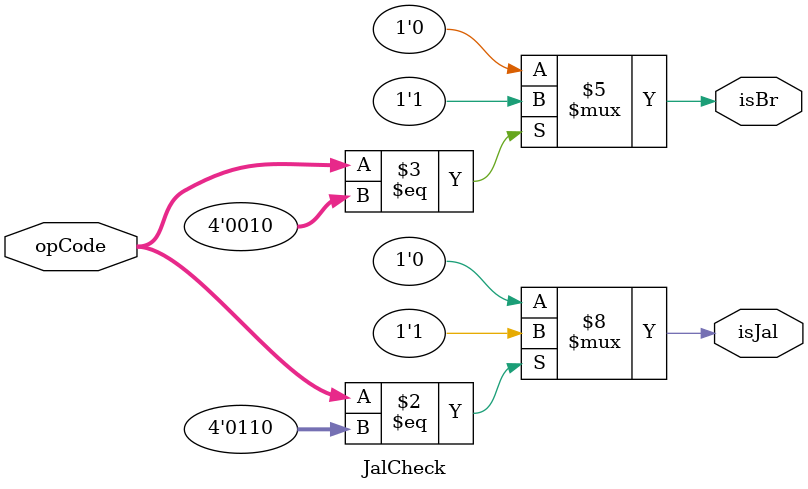
<source format=v>
module JalCheck(opCode, isJal, isBr);
	input [3:0] opCode;
	output reg isJal, isBr;
	always @(*) begin
		if (opCode == 4'b0110) begin
			isJal = 1'b1;
		end
		else begin
			isJal = 1'b0;
		end
		if (opCode == 4'b0010) begin
			isBr = 1'b1;
		end
		else begin
			isBr = 1'b0;
		end
	end
endmodule
</source>
